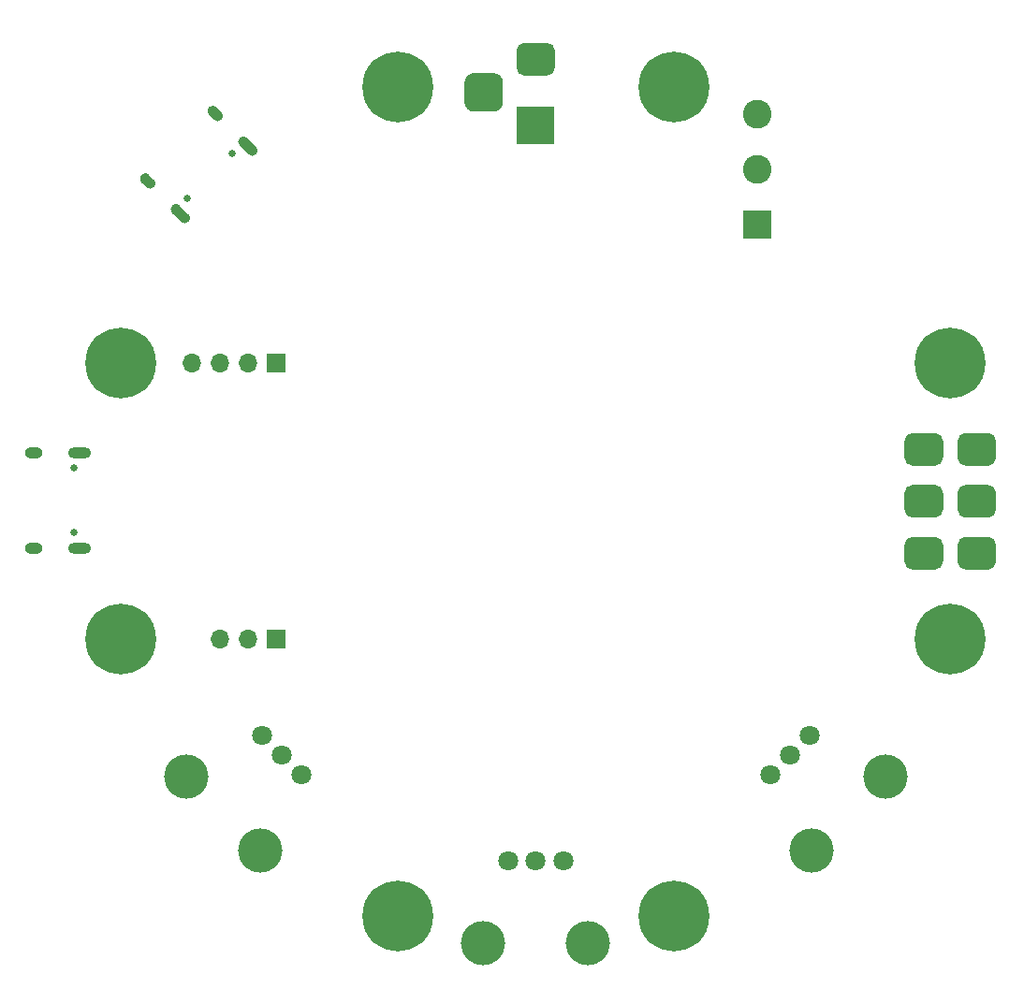
<source format=gbr>
%TF.GenerationSoftware,KiCad,Pcbnew,5.1.9+dfsg1-1+deb11u1*%
%TF.CreationDate,2023-04-19T11:31:32+02:00*%
%TF.ProjectId,base,62617365-2e6b-4696-9361-645f70636258,rev?*%
%TF.SameCoordinates,Original*%
%TF.FileFunction,Soldermask,Bot*%
%TF.FilePolarity,Negative*%
%FSLAX46Y46*%
G04 Gerber Fmt 4.6, Leading zero omitted, Abs format (unit mm)*
G04 Created by KiCad (PCBNEW 5.1.9+dfsg1-1+deb11u1) date 2023-04-19 11:31:32*
%MOMM*%
%LPD*%
G01*
G04 APERTURE LIST*
%ADD10R,1.700000X1.700000*%
%ADD11O,1.700000X1.700000*%
%ADD12C,4.000000*%
%ADD13C,1.800000*%
%ADD14C,2.600000*%
%ADD15R,2.600000X2.600000*%
%ADD16R,3.500000X3.500000*%
%ADD17C,0.800000*%
%ADD18C,6.400000*%
%ADD19C,0.650000*%
%ADD20O,1.600000X1.000000*%
%ADD21O,2.100000X1.000000*%
G04 APERTURE END LIST*
D10*
%TO.C,J6*%
X-23500000Y-12500000D03*
D11*
X-26040000Y-12500000D03*
X-28580000Y-12500000D03*
%TD*%
D12*
%TO.C,RV3*%
X24925514Y-31643028D03*
X31643028Y-24925514D03*
D13*
X21213203Y-24748737D03*
X22980970Y-22980970D03*
X24748737Y-21213203D03*
%TD*%
D12*
%TO.C,RV2*%
X-4750000Y-40000000D03*
X4750000Y-40000000D03*
D13*
X-2500000Y-32500000D03*
X0Y-32500000D03*
X2500000Y-32500000D03*
%TD*%
D12*
%TO.C,RV1*%
X-31643028Y-24925514D03*
X-24925514Y-31643028D03*
D13*
X-24748737Y-21213203D03*
X-22980970Y-22980970D03*
X-21213203Y-24748737D03*
%TD*%
D14*
%TO.C,J3*%
X20000000Y35000000D03*
X20000000Y30000000D03*
D15*
X20000000Y25000000D03*
%TD*%
D10*
%TO.C,J5*%
X-23500000Y12500000D03*
D11*
X-26040000Y12500000D03*
X-28580000Y12500000D03*
X-31120000Y12500000D03*
%TD*%
D16*
%TO.C,J2*%
X0Y34000000D03*
G36*
G01*
X-1000000Y41500000D02*
X1000000Y41500000D01*
G75*
G02*
X1750000Y40750000I0J-750000D01*
G01*
X1750000Y39250000D01*
G75*
G02*
X1000000Y38500000I-750000J0D01*
G01*
X-1000000Y38500000D01*
G75*
G02*
X-1750000Y39250000I0J750000D01*
G01*
X-1750000Y40750000D01*
G75*
G02*
X-1000000Y41500000I750000J0D01*
G01*
G37*
G36*
G01*
X-5575000Y38750000D02*
X-3825000Y38750000D01*
G75*
G02*
X-2950000Y37875000I0J-875000D01*
G01*
X-2950000Y36125000D01*
G75*
G02*
X-3825000Y35250000I-875000J0D01*
G01*
X-5575000Y35250000D01*
G75*
G02*
X-6450000Y36125000I0J875000D01*
G01*
X-6450000Y37875000D01*
G75*
G02*
X-5575000Y38750000I875000J0D01*
G01*
G37*
%TD*%
D17*
%TO.C,REF\u002A\u002A*%
X39197056Y-10802944D03*
X37500000Y-10100000D03*
X35802944Y-10802944D03*
X35100000Y-12500000D03*
X35802944Y-14197056D03*
X37500000Y-14900000D03*
X39197056Y-14197056D03*
X39900000Y-12500000D03*
D18*
X37500000Y-12500000D03*
%TD*%
D17*
%TO.C,REF\u002A\u002A*%
X-10802944Y-35802944D03*
X-12500000Y-35100000D03*
X-14197056Y-35802944D03*
X-14900000Y-37500000D03*
X-14197056Y-39197056D03*
X-12500000Y-39900000D03*
X-10802944Y-39197056D03*
X-10100000Y-37500000D03*
D18*
X-12500000Y-37500000D03*
%TD*%
D17*
%TO.C,REF\u002A\u002A*%
X-10802944Y39197056D03*
X-12500000Y39900000D03*
X-14197056Y39197056D03*
X-14900000Y37500000D03*
X-14197056Y35802944D03*
X-12500000Y35100000D03*
X-10802944Y35802944D03*
X-10100000Y37500000D03*
D18*
X-12500000Y37500000D03*
%TD*%
D17*
%TO.C,REF\u002A\u002A*%
X14197056Y39197056D03*
X12500000Y39900000D03*
X10802944Y39197056D03*
X10100000Y37500000D03*
X10802944Y35802944D03*
X12500000Y35100000D03*
X14197056Y35802944D03*
X14900000Y37500000D03*
D18*
X12500000Y37500000D03*
%TD*%
D17*
%TO.C,REF\u002A\u002A*%
X14197056Y-35802944D03*
X12500000Y-35100000D03*
X10802944Y-35802944D03*
X10100000Y-37500000D03*
X10802944Y-39197056D03*
X12500000Y-39900000D03*
X14197056Y-39197056D03*
X14900000Y-37500000D03*
D18*
X12500000Y-37500000D03*
%TD*%
D17*
%TO.C,REF\u002A\u002A*%
X-35802944Y-10802944D03*
X-37500000Y-10100000D03*
X-39197056Y-10802944D03*
X-39900000Y-12500000D03*
X-39197056Y-14197056D03*
X-37500000Y-14900000D03*
X-35802944Y-14197056D03*
X-35100000Y-12500000D03*
D18*
X-37500000Y-12500000D03*
%TD*%
D17*
%TO.C,REF\u002A\u002A*%
X39197056Y14197056D03*
X37500000Y14900000D03*
X35802944Y14197056D03*
X35100000Y12500000D03*
X35802944Y10802944D03*
X37500000Y10100000D03*
X39197056Y10802944D03*
X39900000Y12500000D03*
D18*
X37500000Y12500000D03*
%TD*%
D17*
%TO.C,REF\u002A\u002A*%
X-35802944Y14197056D03*
X-37500000Y14900000D03*
X-39197056Y14197056D03*
X-39900000Y12500000D03*
X-39197056Y10802944D03*
X-37500000Y10100000D03*
X-35802944Y10802944D03*
X-35100000Y12500000D03*
D18*
X-37500000Y12500000D03*
%TD*%
%TO.C,J1*%
G36*
G01*
X-34955742Y29553446D02*
X-34531478Y29129182D01*
G75*
G02*
X-34531478Y28422076I-353553J-353553D01*
G01*
X-34531478Y28422076D01*
G75*
G02*
X-35238584Y28422076I-353553J353553D01*
G01*
X-35662848Y28846340D01*
G75*
G02*
X-35662848Y29553446I353553J353553D01*
G01*
X-35662848Y29553446D01*
G75*
G02*
X-34955742Y29553446I353553J-353553D01*
G01*
G37*
D19*
X-31505061Y27417984D03*
G36*
G01*
X-28846340Y35662848D02*
X-28422076Y35238584D01*
G75*
G02*
X-28422076Y34531478I-353553J-353553D01*
G01*
X-28422076Y34531478D01*
G75*
G02*
X-29129182Y34531478I-353553J353553D01*
G01*
X-29553446Y34955742D01*
G75*
G02*
X-29553446Y35662848I353553J353553D01*
G01*
X-29553446Y35662848D01*
G75*
G02*
X-28846340Y35662848I353553J-353553D01*
G01*
G37*
X-27417984Y31505061D03*
G36*
G01*
X-26067410Y32883919D02*
X-25289592Y32106101D01*
G75*
G02*
X-25289592Y31398995I-353553J-353553D01*
G01*
X-25289592Y31398995D01*
G75*
G02*
X-25996698Y31398995I-353553J353553D01*
G01*
X-26774516Y32176813D01*
G75*
G02*
X-26774516Y32883919I353553J353553D01*
G01*
X-26774516Y32883919D01*
G75*
G02*
X-26067410Y32883919I353553J-353553D01*
G01*
G37*
G36*
G01*
X-32176813Y26774516D02*
X-31398995Y25996698D01*
G75*
G02*
X-31398995Y25289592I-353553J-353553D01*
G01*
X-31398995Y25289592D01*
G75*
G02*
X-32106101Y25289592I-353553J353553D01*
G01*
X-32883919Y26067410D01*
G75*
G02*
X-32883919Y26774516I353553J353553D01*
G01*
X-32883919Y26774516D01*
G75*
G02*
X-32176813Y26774516I353553J-353553D01*
G01*
G37*
%TD*%
%TO.C,SW1*%
G36*
G01*
X38900000Y-3200000D02*
X40900000Y-3200000D01*
G75*
G02*
X41650000Y-3950000I0J-750000D01*
G01*
X41650000Y-5450000D01*
G75*
G02*
X40900000Y-6200000I-750000J0D01*
G01*
X38900000Y-6200000D01*
G75*
G02*
X38150000Y-5450000I0J750000D01*
G01*
X38150000Y-3950000D01*
G75*
G02*
X38900000Y-3200000I750000J0D01*
G01*
G37*
G36*
G01*
X38900000Y1500000D02*
X40900000Y1500000D01*
G75*
G02*
X41650000Y750000I0J-750000D01*
G01*
X41650000Y-750000D01*
G75*
G02*
X40900000Y-1500000I-750000J0D01*
G01*
X38900000Y-1500000D01*
G75*
G02*
X38150000Y-750000I0J750000D01*
G01*
X38150000Y750000D01*
G75*
G02*
X38900000Y1500000I750000J0D01*
G01*
G37*
G36*
G01*
X38900000Y6200000D02*
X40900000Y6200000D01*
G75*
G02*
X41650000Y5450000I0J-750000D01*
G01*
X41650000Y3950000D01*
G75*
G02*
X40900000Y3200000I-750000J0D01*
G01*
X38900000Y3200000D01*
G75*
G02*
X38150000Y3950000I0J750000D01*
G01*
X38150000Y5450000D01*
G75*
G02*
X38900000Y6200000I750000J0D01*
G01*
G37*
G36*
G01*
X34100000Y-3200000D02*
X36100000Y-3200000D01*
G75*
G02*
X36850000Y-3950000I0J-750000D01*
G01*
X36850000Y-5450000D01*
G75*
G02*
X36100000Y-6200000I-750000J0D01*
G01*
X34100000Y-6200000D01*
G75*
G02*
X33350000Y-5450000I0J750000D01*
G01*
X33350000Y-3950000D01*
G75*
G02*
X34100000Y-3200000I750000J0D01*
G01*
G37*
G36*
G01*
X34100000Y1500000D02*
X36100000Y1500000D01*
G75*
G02*
X36850000Y750000I0J-750000D01*
G01*
X36850000Y-750000D01*
G75*
G02*
X36100000Y-1500000I-750000J0D01*
G01*
X34100000Y-1500000D01*
G75*
G02*
X33350000Y-750000I0J750000D01*
G01*
X33350000Y750000D01*
G75*
G02*
X34100000Y1500000I750000J0D01*
G01*
G37*
G36*
G01*
X34100000Y6200000D02*
X36100000Y6200000D01*
G75*
G02*
X36850000Y5450000I0J-750000D01*
G01*
X36850000Y3950000D01*
G75*
G02*
X36100000Y3200000I-750000J0D01*
G01*
X34100000Y3200000D01*
G75*
G02*
X33350000Y3950000I0J750000D01*
G01*
X33350000Y5450000D01*
G75*
G02*
X34100000Y6200000I750000J0D01*
G01*
G37*
%TD*%
D20*
%TO.C,J4*%
X-45450000Y-4220000D03*
D19*
X-41800000Y-2790000D03*
D20*
X-45450000Y4420000D03*
D19*
X-41800000Y2990000D03*
D21*
X-41270000Y4420000D03*
X-41270000Y-4220000D03*
%TD*%
M02*

</source>
